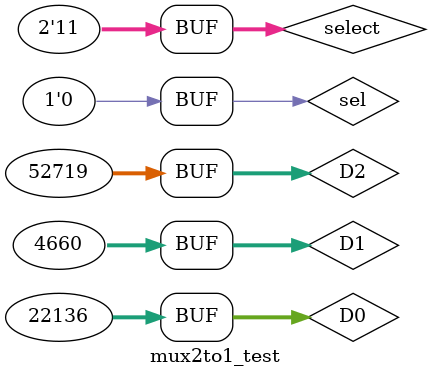
<source format=v>
`timescale 1ns / 1ps


module mux2to1_test;
    reg[31:0] D0, D1, D2;
    reg sel;
    reg [1:0] select;
    wire[31:0] Data0, Data1;
    mux2to1 mux(.Data(Data0),
                .D0(D1),
                .D1(D2),
                .sel(sel));
    mux3to1 Mux(.Data(Data1),
                .D0(D0),
                .D1(D1),
                .D2(D2),
                .sel(select));
    initial
    begin
        D0 = 32'h5678; D1 = 32'h1234; D2 = 32'hcdef; sel = 0; select = 2'b00;
    #1                                               sel = 1; select = 2'b01;
    #2                                               sel = 0; select = 2'b10;
    #1                                                        select = 2'b11;
    end
endmodule

</source>
